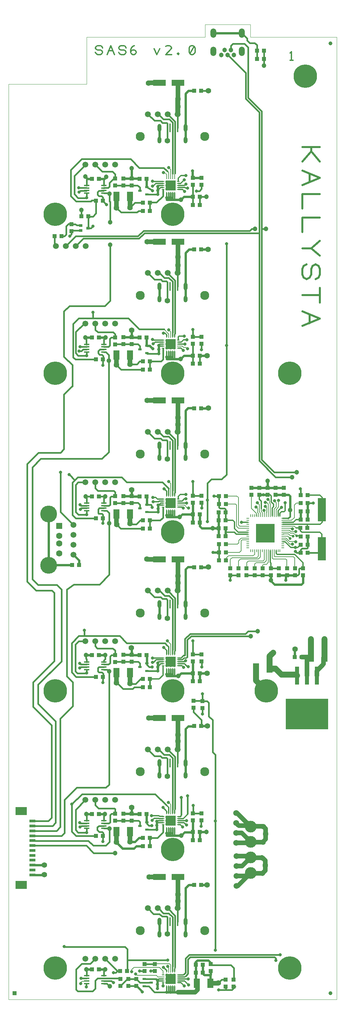
<source format=gbr>
%FSLAX33Y33*%
%MOMM*%
G04 EasyPC Gerber Version 16.0.6 Build 3249 *
%ADD106O,1.00000X1.70000*%
%ADD105O,1.00000X2.00000*%
%ADD103O,1.50000X2.40000*%
%ADD94R,0.28000X0.80000*%
%ADD104R,0.40000X2.20000*%
%ADD15R,1.00000X1.10000*%
%ADD101R,1.10000X4.60000*%
%ADD71R,1.65000X2.40000*%
%ADD20R,2.10000X6.00000*%
%ADD93R,1.00000X1.00000*%
%ADD16R,1.60000X1.60000*%
%ADD97R,2.60000X2.60000*%
%ADD96R,4.70000X4.70000*%
%ADD73C,0.12000*%
%ADD72C,0.20000*%
%ADD11C,0.30000*%
%ADD28C,0.40000*%
%ADD89C,0.50000*%
%ADD27C,0.60000*%
%ADD85C,0.70000*%
%ADD25C,0.80000*%
%ADD10C,1.00000*%
%ADD21C,1.20000*%
%ADD26C,1.40000*%
%ADD13C,1.50000*%
%ADD17C,1.60000*%
%ADD107C,2.30000*%
%ADD19C,3.00000*%
%ADD95R,0.80000X0.28000*%
%ADD108R,1.45000X0.45000*%
%ADD98R,0.90000X0.60000*%
%ADD100R,0.90000X0.70000*%
%ADD109R,1.60000X0.70000*%
%ADD14R,1.10000X1.00000*%
%ADD18C,4.30000*%
%ADD99R,3.20000X1.60000*%
%ADD24C,6.00000*%
%ADD110R,3.00000X2.10000*%
%ADD102R,10.80000X7.90000*%
X0Y0D02*
D02*
D10*
X99750Y36400D03*
Y279200D03*
D02*
D11*
X39600Y276925D02*
X39788Y276550D01*
X40163Y276363*
X40913*
X41288Y276550*
X41475Y276925*
X41288Y277300*
X40913Y277488*
X40163*
X39788Y277675*
X39600Y278050*
X39788Y278425*
X40163Y278613*
X40913*
X41288Y278425*
X41475Y278050*
X42600Y276363D02*
X43538Y278613D01*
X44475Y276363*
X42975Y277300D02*
X44100D01*
X45600Y276925D02*
X45788Y276550D01*
X46163Y276363*
X46913*
X47288Y276550*
X47475Y276925*
X47288Y277300*
X46913Y277488*
X46163*
X45788Y277675*
X45600Y278050*
X45788Y278425*
X46163Y278613*
X46913*
X47288Y278425*
X47475Y278050*
X48600Y276925D02*
X48788Y277300D01*
X49163Y277488*
X49538*
X49913Y277300*
X50100Y276925*
X49913Y276550*
X49538Y276363*
X49163*
X48788Y276550*
X48600Y276925*
Y277488*
X48788Y278050*
X49163Y278425*
X49538Y278613*
X54600Y277863D02*
X55350Y276363D01*
X56100Y277863*
X59100Y276363D02*
X57600D01*
X58913Y277675*
X59100Y278050*
X58913Y278425*
X58538Y278613*
X57975*
X57600Y278425*
X60788Y276363D02*
X60975Y276550D01*
X60788Y276738*
X60600Y276550*
X60788Y276363*
X63788Y276550D02*
X64163Y276363D01*
X64538*
X64913Y276550*
X65100Y276925*
Y278050*
X64913Y278425*
X64538Y278613*
X64163*
X63788Y278425*
X63600Y278050*
Y276925*
X63788Y276550*
X64913Y278425*
X54000Y81800D02*
X55850D01*
X56100Y81550*
X56900*
Y81500*
X54100Y80600D02*
X54600Y81100D01*
X55850*
X55950Y81000*
X56900*
X54200Y122100D02*
X56900D01*
X54250Y121000D02*
X54550D01*
X55150Y121600*
X56900*
X54300Y163150D02*
X55050D01*
X55500Y162700*
X56900*
X54350Y162050D02*
X55800D01*
X55950Y162200*
X56900*
X54350Y202400D02*
X54500D01*
X54900Y202800*
X56900*
X55011Y43950D02*
X54900Y43839D01*
X54850*
X55350Y80250D02*
Y80300D01*
X55550Y80500*
X56900*
X55550Y39750D02*
X55850Y40050D01*
X56900*
X55650Y161150D02*
Y161300D01*
X55950*
X56900Y39050D02*
Y38200D01*
Y39550D02*
X55500D01*
X56900Y79300D02*
Y79500D01*
Y80000D02*
X55350D01*
X56900Y119950D02*
Y117700D01*
X55900Y116700*
X53539*
X56900Y120600D02*
X56350D01*
X55550Y119800*
X56900Y121100D02*
X55850D01*
X55550Y120800*
X56900Y161200D02*
X55700D01*
X55650Y161150*
X56900Y161700D02*
X56350D01*
X55950Y161300*
X56900Y201800D02*
X56000D01*
X55800Y202000*
X56900Y202300D02*
X56100D01*
X55800Y202000*
X56900Y203300D02*
X54450D01*
X54200Y203550*
X56900Y241750D02*
Y241900D01*
Y242400D02*
X56350D01*
X55600Y241650*
X56900Y242900D02*
X55600D01*
Y242700*
X56900Y243400D02*
X55050D01*
X54350Y242700*
X56900Y243900D02*
X54250D01*
X57750Y84450D02*
X58350Y83850D01*
Y82450*
X57850Y38100D02*
Y37400D01*
X57850*
Y36650*
X57850Y42000D02*
Y42200D01*
X57050Y43000*
X57850Y78550D02*
Y77300D01*
Y82450D02*
Y82900D01*
X56900Y83850*
X57850Y119150D02*
Y117900D01*
Y123050D02*
Y124050D01*
X57100Y124800*
X57850Y159750D02*
Y158550D01*
Y163650D02*
Y164700D01*
X57200Y165350*
X57850Y200350D02*
Y199000D01*
Y204250D02*
Y204700D01*
X57450Y205100*
X57050*
X57850Y240950D02*
Y239750D01*
X58350Y123050D02*
Y124900D01*
X57850Y125400*
X58350Y163650D02*
Y165400D01*
X59350Y43250D02*
X59350Y42000D01*
X59350Y82450D02*
Y83350D01*
Y123050D02*
Y124200D01*
Y163650D02*
Y164900D01*
Y204250D02*
Y205300D01*
X59850Y37150D02*
Y36650D01*
Y38100D02*
Y37150D01*
X59850Y78550D02*
Y76700D01*
Y119150D02*
Y117500D01*
Y158100D02*
Y159750D01*
Y163650D02*
Y164250D01*
X60000Y164400*
X59850Y200350D02*
Y198500D01*
Y204250D02*
Y204900D01*
X60000Y205050*
X59850Y240950D02*
Y239200D01*
X60000Y43100D02*
Y42700D01*
X59850Y42550*
Y42000*
X60000Y83500D02*
Y83250D01*
X59850Y83100*
Y82450*
X60000Y124050D02*
Y123900D01*
X59850Y123750*
Y123050*
X60800Y39050D02*
X61500D01*
X62350Y38200*
X60800Y39550D02*
X62400D01*
X63450Y38500*
X60800Y40050D02*
X63350D01*
X60800Y40550D02*
X62500D01*
X62750Y40800*
X60800Y41050D02*
X62100D01*
X62250Y41200*
X60800Y79500D02*
X61350D01*
X61950Y78900*
Y78850*
X60800Y80000D02*
X62250D01*
X62900Y79350*
X60800Y80500D02*
X62950D01*
X60800Y120100D02*
X61750D01*
X62150Y119700*
X60800Y120600D02*
X62400D01*
X63100Y119900*
X63400*
X60800Y121100D02*
X62450D01*
X62700Y121350*
X60800Y121600D02*
X61850D01*
X62350Y122100*
X62900*
X63150Y122350*
X60800Y122100D02*
X61600D01*
X62200Y122700*
X60800Y160700D02*
X61800D01*
X62050Y160450*
X60800Y161700D02*
X62900D01*
X60800Y162200D02*
X61800D01*
X62350Y162750*
X62800*
X60800Y162700D02*
Y163350D01*
X61300Y163850*
X62800*
X60800Y201300D02*
X61500D01*
X62050Y200750*
X60800Y202300D02*
X62500D01*
X60800Y202800D02*
X61600D01*
X62200Y203400*
X63050*
X60800Y203300D02*
Y204150D01*
X61000Y204350*
X62350*
X60800Y241900D02*
X61900D01*
X62450Y241350*
X60800Y242900D02*
X62450D01*
X62750Y243200*
X60800Y243400D02*
X61450D01*
X62350Y244300*
X60800Y243900D02*
Y244750D01*
X61500Y245450*
X62750*
X61600Y82000D02*
X61500Y81600D01*
X61400Y81500*
X60800*
X63200Y82300D02*
X63150Y82050D01*
X62100Y81000*
X60800*
X63200Y242200D02*
X62750D01*
X62550Y242400*
X60800*
X78600Y153750D02*
X75650D01*
X75200Y154200*
X72950*
X78600Y154250D02*
X76150D01*
X75200Y155200*
Y156850*
X74750Y157300*
X72939*
X78600Y156750D02*
X77000D01*
X82050Y160250D02*
Y162200D01*
X81600Y162650*
Y163811*
X84350Y149500D02*
Y146500D01*
X84500Y146350*
Y145089*
X84550Y145039*
X84850Y158500D02*
Y160400D01*
X85200Y160750*
Y161400*
X84650Y161950*
Y163500*
X84350Y163800*
X83661*
X83650Y163811*
X85850Y149500D02*
Y148800D01*
X86100Y148550*
X90600*
X92700Y146450*
Y145089*
X92750Y145039*
X86350Y158500D02*
Y159750D01*
X87200Y160600*
X86850Y158500D02*
Y159100D01*
X87250Y159500*
X87900*
X88150Y159750*
Y161800*
X87600Y151750D02*
X88150D01*
X89600Y150300*
X90800*
Y150350*
X87600Y156250D02*
X93850D01*
X87600Y156750D02*
X90250D01*
X90950Y157450*
X92111*
X87600Y157750D02*
X88950D01*
X87861Y163800D02*
X87850Y163811D01*
X89425Y274863D02*
X90175D01*
X89800D02*
Y277113D01*
X89425Y276738*
X90800Y150350D02*
X91411D01*
X92111Y151050*
X92161*
X90950Y155350D02*
X92061D01*
X91150Y153300D02*
X92011D01*
X92161Y153150*
X92061Y155350D02*
Y154589D01*
X92450Y154200*
X97100*
X97600Y153700*
Y150000*
X93839Y155350D02*
X93850D01*
Y156250*
X97150*
X97650Y156750*
Y159950*
X97600Y160000*
X93889Y163700D02*
X97050D01*
X97650Y163100*
Y160050*
X97600Y160000*
D02*
D13*
X29490Y227400D03*
X32030D03*
X33950Y148490D03*
Y151030D03*
Y153570D03*
Y156110D03*
X34570Y227400D03*
X37040Y45200D03*
Y85800D03*
Y126400D03*
Y167000D03*
Y207600D03*
Y248200D03*
X37110Y227400D03*
X39580Y45200D03*
Y85800D03*
Y126400D03*
Y167000D03*
Y207600D03*
Y248200D03*
X42120Y45200D03*
Y85800D03*
Y126400D03*
Y167000D03*
Y207600D03*
Y248200D03*
X44660Y45200D03*
Y85800D03*
Y126400D03*
Y167000D03*
Y207600D03*
Y248200D03*
X53040Y58100D03*
Y98700D03*
Y139300D03*
Y179900D03*
Y220500D03*
Y261100D03*
X55580Y58100D03*
Y98700D03*
Y139300D03*
Y179900D03*
Y220500D03*
Y261100D03*
X58120Y58100D03*
Y98700D03*
Y139300D03*
Y179900D03*
Y220500D03*
Y261100D03*
X60660Y58100D03*
Y98700D03*
Y139300D03*
Y179900D03*
Y220500D03*
Y261100D03*
X75650Y74790D03*
Y77330D03*
Y79870D03*
Y82410D03*
X75700Y63790D03*
Y66330D03*
Y68870D03*
Y71410D03*
X80723Y119500D02*
Y116327D01*
X83350Y113700*
X84175Y119500D02*
Y121775D01*
X84200Y121800*
X84175Y119500D02*
Y119750D01*
X84250*
Y119350*
X85750*
X87250Y117850*
X90935*
X91210Y117575*
X84200Y121800D02*
Y122550D01*
X85100Y123450*
X94775Y122350D02*
Y125025D01*
X94800Y125050*
Y125000*
Y126850*
X98227Y122350D02*
Y124977D01*
X98250Y125000*
Y126850*
D02*
D14*
X29161Y229900D03*
X30939D03*
X33661Y145850D03*
X35439D03*
X36011Y235000D03*
X37789D03*
X38761Y42500D03*
X38761Y82200D03*
Y122800D03*
Y163400D03*
Y204000D03*
Y244600D03*
X39761Y76600D03*
Y117200D03*
Y157800D03*
Y198400D03*
Y239000D03*
X40539Y42500D03*
X40539Y82200D03*
Y122800D03*
Y163400D03*
Y204000D03*
Y244600D03*
X41539Y76600D03*
Y117200D03*
Y157800D03*
Y198400D03*
Y239000D03*
X45961Y42050D03*
X47739D03*
X50911Y82200D03*
Y122800D03*
Y163400D03*
Y204000D03*
Y244600D03*
X51761Y74000D03*
Y76100D03*
Y114600D03*
Y116700D03*
Y155200D03*
Y157300D03*
Y195800D03*
Y197900D03*
Y236400D03*
Y238500D03*
X52689Y82200D03*
Y122800D03*
Y163400D03*
Y204000D03*
Y244600D03*
X53539Y74000D03*
Y76100D03*
Y114600D03*
Y116700D03*
Y155200D03*
Y157300D03*
Y195800D03*
Y197900D03*
Y236400D03*
Y238500D03*
X64561Y75500D03*
Y77600D03*
Y116100D03*
Y118200D03*
Y156700D03*
Y158800D03*
Y197300D03*
Y199400D03*
Y237900D03*
Y240000D03*
X64861Y64100D03*
Y104700D03*
Y145300D03*
Y185900D03*
Y226500D03*
Y267100D03*
X65311Y41650D03*
Y43700D03*
X66339Y75500D03*
Y77600D03*
Y116100D03*
Y118200D03*
Y156700D03*
Y158800D03*
Y197300D03*
Y199400D03*
Y237900D03*
Y240000D03*
X66639Y64100D03*
Y104700D03*
Y145300D03*
Y185900D03*
Y226500D03*
Y267100D03*
X67089Y41650D03*
Y43700D03*
X71161Y153200D03*
Y155250D03*
Y157300D03*
Y159350D03*
X71211Y147050D03*
Y149100D03*
Y151150D03*
Y161400D03*
Y163450D03*
X72939Y153200D03*
Y155250D03*
Y157300D03*
Y159350D03*
X72989Y147050D03*
Y149100D03*
Y151150D03*
Y161400D03*
Y163450D03*
X80961Y275200D03*
Y277300D03*
X82739Y275200D03*
Y277300D03*
X90661Y122300D03*
X92061Y155350D03*
X92111Y157450D03*
Y159550D03*
Y161650D03*
Y163700D03*
X92161Y148950D03*
Y151050D03*
Y153150D03*
X92439Y122300D03*
X93839Y155350D03*
X93889Y157450D03*
Y159550D03*
Y161650D03*
Y163700D03*
X93939Y148950D03*
Y151050D03*
Y153150D03*
D02*
D15*
X33500Y231211D03*
Y232989D03*
X44650Y80461D03*
Y82239D03*
Y121061D03*
Y122839D03*
Y161661D03*
Y163439D03*
Y202261D03*
Y204039D03*
Y242861D03*
Y244639D03*
X46000Y38211D03*
Y39989D03*
X46750Y80511D03*
Y82289D03*
Y121111D03*
Y122889D03*
Y161711D03*
Y163489D03*
Y202311D03*
Y204089D03*
Y242911D03*
Y244689D03*
X48050Y38211D03*
Y39989D03*
X48850Y80511D03*
Y82289D03*
Y121111D03*
Y122889D03*
Y161711D03*
Y163489D03*
Y202311D03*
Y204089D03*
Y242911D03*
Y244689D03*
X50100Y38211D03*
Y39989D03*
X52150Y42061D03*
Y43839D03*
X54850Y42061D03*
Y43839D03*
X64550Y80611D03*
Y82389D03*
Y121211D03*
Y122989D03*
Y161811D03*
Y163589D03*
Y202411D03*
Y204189D03*
Y243011D03*
Y244789D03*
X64750Y109361D03*
Y111139D03*
X66750Y80611D03*
Y82389D03*
Y121211D03*
Y122989D03*
Y161811D03*
Y163589D03*
Y202411D03*
Y204189D03*
Y243011D03*
Y244789D03*
X67000Y109311D03*
Y111089D03*
X69100Y42011D03*
Y43789D03*
X72950Y38111D03*
Y39889D03*
X74150Y143211D03*
Y144989D03*
X75000Y38111D03*
Y39889D03*
X76250Y143211D03*
Y144989D03*
X78300Y143211D03*
Y144989D03*
X79500Y163811D03*
Y165589D03*
X80400Y143211D03*
Y144989D03*
X81600Y163811D03*
Y165589D03*
X82450Y143211D03*
Y144989D03*
X83650Y163811D03*
Y165589D03*
X84550Y143261D03*
Y145039D03*
X85750Y163811D03*
Y165589D03*
X86600Y143261D03*
Y145039D03*
X87850Y163811D03*
Y165589D03*
X88650Y143261D03*
Y145039D03*
X90700Y143261D03*
Y145039D03*
X92750Y143261D03*
Y145039D03*
D02*
D16*
X30350Y155820D03*
D02*
D17*
Y148820D03*
Y151320D03*
Y153320D03*
D02*
D18*
X27640Y145750D03*
Y158890D03*
D02*
D19*
X79350Y67110D03*
Y71070D03*
Y75030D03*
Y78990D03*
D02*
D71*
X45024Y77700D03*
Y118300D03*
Y158900D03*
Y199500D03*
Y240100D03*
X48475Y77700D03*
Y118300D03*
Y158900D03*
Y199500D03*
Y240100D03*
X65575Y38950D03*
X69027D03*
X80723Y119500D03*
X84175D03*
X94775Y122350D03*
X98227D03*
D02*
D20*
X97600Y150000D03*
Y160000D03*
D02*
D21*
X36000Y236600D03*
X37050Y204000D03*
Y245150D03*
X37150Y163400D03*
X37200Y122800D03*
X37250Y42500D03*
X37250Y82200D03*
X42000D03*
X42100Y42500D03*
X42100Y122800D03*
Y163400D03*
X42200Y204000D03*
X42350Y245050D03*
X43050Y198100D03*
X43100Y118650D03*
X43150Y156500D03*
X43250Y78500D03*
Y240750D03*
X43300Y38150D03*
X43400Y227700D03*
Y233450D03*
X44650Y72200D03*
X45024Y77700D02*
Y74973D01*
X45000Y74950*
X45024Y118300D02*
Y115723D01*
X45000Y115700*
X45024Y158900D02*
Y156327D01*
X45050Y156300*
Y156200*
X45024Y199500D02*
Y197023D01*
X45000Y197000*
X45024Y240100D02*
Y237173D01*
X45000Y237150*
X48475Y77700D02*
Y75075D01*
X48450Y75050*
X48475Y118300D02*
Y115525D01*
X48450Y115500*
Y115550*
X48475Y158900D02*
Y156475D01*
X48500Y156450*
X48475Y199500D02*
Y197225D01*
X48450Y197200*
Y197150*
X48475Y240100D02*
Y237325D01*
X48500Y237300*
Y237250*
X48850Y247250D03*
X56000Y66100D02*
X53400D01*
X56000Y106700D02*
X53250D01*
X56000Y147300D02*
X52750D01*
Y147350*
X56000Y187900D02*
X52850D01*
X56000Y228500D02*
X52900D01*
X56000Y269100D02*
X53150D01*
X53200Y269050*
X60660Y179900D02*
X60700Y179940D01*
Y181750*
X60660Y261100D02*
Y264910D01*
X60700Y264950*
X60700Y36650D02*
X65100D01*
X65700Y37250*
Y38825*
X65575Y38950*
X60700Y36650D03*
X60700Y59950D02*
Y58140D01*
X60660Y58100*
X60700Y61650D02*
Y59950D01*
Y66100D02*
Y61650D01*
Y100800D02*
Y98740D01*
X60660Y98700*
X60700Y102400D02*
Y100800D01*
Y106700D02*
Y102400D01*
Y141250D02*
Y139340D01*
X60660Y139300*
X60700Y143100D02*
Y141250D01*
Y147300D02*
Y143100D01*
Y181750D02*
Y183550D01*
Y187900D02*
Y183550D01*
Y228500D02*
Y220540D01*
X60660Y220500*
X60700Y263000D02*
Y261140D01*
X60660Y261100*
X60700Y264950D02*
Y263000D01*
Y269100D02*
Y264950D01*
X60850Y117500D03*
X61150Y158100D03*
X61400Y198500D03*
X61500Y239200D03*
X61550Y76700D03*
X68050Y77600D03*
Y240000D03*
X69027Y38950D02*
X71000D01*
X71050Y39000*
X69650Y155250D03*
X71850Y276275D03*
X72650Y277475D03*
X73450Y276275D03*
X74250Y277475D03*
X75050Y276275D03*
X75650Y74790D02*
X79110D01*
X79350Y75030*
X75650Y77330D02*
X77050D01*
X79350Y75030*
X75650Y79870D02*
Y79850D01*
X76300Y79200*
X79140*
X79350Y78990*
X75650Y82410D02*
Y82400D01*
X75900*
X79320Y78980*
X79350*
Y78990*
X75700Y63790D02*
X76030D01*
X79350Y67110*
X75700Y66330D02*
X78570D01*
X79350Y67110*
X75700Y68870D02*
X77150D01*
X79350Y71070*
X75700Y71410D02*
X79010D01*
X79350Y71070*
X82200Y71050*
X79350Y75030D02*
X79380Y75000D01*
X82500*
X79350Y127650D03*
X80450Y231800D03*
X81150Y128900D03*
X82200Y71050D02*
X82280Y71070D01*
X83050Y70300*
Y69050*
X82300Y67050D02*
X82350Y67000D01*
X79460*
X79350Y67110*
X82500Y75000D02*
X82450D01*
X83200Y75750*
Y77100*
X82600Y79000D02*
Y79050D01*
X79350*
Y78990*
X82750Y273500D03*
X83050Y69050D02*
Y67700D01*
X82300Y67050*
X83200Y77100D02*
Y78450D01*
X82600Y79000*
X83250Y231800D03*
X83650Y167350D03*
X84550Y141950D03*
X89400Y159900D03*
X89950Y168300D03*
X91100Y169550D03*
X92439Y122300D02*
X93700D01*
X94725*
X94775Y122350*
X93750Y117575D02*
Y122250D01*
X93700Y122300*
X96290Y117575D02*
Y118790D01*
X98000Y120500*
Y122123*
X98227Y122350*
D02*
D24*
X29350Y42800D03*
Y113700D03*
Y194900D03*
Y235500D03*
X59350Y73100D03*
Y113700D03*
Y154300D03*
Y194900D03*
Y235500D03*
X83350Y113700D03*
X89350Y42800D03*
Y194900D03*
X93350Y270800D03*
D02*
D25*
X30700Y169550D03*
X31650Y48350D03*
X32900Y168950D03*
X33050Y229900D03*
X33550Y84700D03*
X35350Y242250D03*
X35400Y241200D03*
X35450Y200550D03*
X35550Y79950D03*
Y119500D03*
Y120700D03*
X35650Y78850D03*
Y161300D03*
X35700Y201650D03*
X35750Y160100D03*
X35850Y38800D03*
X35950Y40200D03*
X36750Y129150D03*
X37250Y37950D03*
X37350Y118250D03*
Y158700D03*
Y199400D03*
Y239750D03*
X37400Y77450D03*
X39000Y210450D03*
Y232500D03*
X41550Y75150D03*
Y115800D03*
Y156500D03*
Y196900D03*
X42450Y237950D03*
X44200Y39050D03*
Y41600D03*
X48900Y41850D03*
X49900Y41300D03*
X50900Y42050D03*
X51600Y36700D03*
X53800Y42050D03*
X54000Y81800D03*
X54050Y79200D03*
X54100Y80600D03*
X54150Y119750D03*
Y160600D03*
X54200Y241550D03*
X54200Y122100D03*
Y203550D03*
X54250Y121000D03*
Y242700D03*
Y243950D03*
X54300Y163150D03*
Y201150D03*
X54350Y162050D03*
Y202400D03*
X55300Y78200D03*
X55350Y79300D03*
Y80350D03*
X55500Y37600D03*
Y38650D03*
Y39700D03*
X55550Y118800D03*
Y119800D03*
Y120800D03*
X55600Y240600D03*
Y241650D03*
Y242650D03*
X55650Y159400D03*
Y160250D03*
Y161150D03*
X55800Y199900D03*
Y200950D03*
Y202000D03*
X56900Y38200D03*
X56900Y83850D03*
X57000Y246200D03*
X57050Y43000D03*
X57050Y205100D03*
X57100Y124800D03*
X57200Y165350D03*
X57850Y36650D03*
Y77300D03*
Y117900D03*
Y158550D03*
Y199000D03*
Y239750D03*
X58050Y126450D03*
X58100Y43200D03*
Y44850D03*
X58300Y85150D03*
X58350Y167150D03*
Y247450D03*
X58400Y205950D03*
X58850Y36650D03*
Y77300D03*
Y117900D03*
Y158550D03*
Y199000D03*
Y239750D03*
X61600Y86450D03*
X61950Y78850D03*
X62050Y160450D03*
Y200750D03*
X62150Y119700D03*
X62350Y38200D03*
Y204350D03*
Y244300D03*
X62450Y241350D03*
X62500Y202300D03*
X62700Y121350D03*
X62750Y243200D03*
Y245450D03*
X62800Y162750D03*
Y163850D03*
X62900Y79350D03*
Y161700D03*
X62950Y80500D03*
X63050Y203400D03*
X63200Y86850D03*
Y201100D03*
Y242200D03*
X63350Y40050D03*
X63400Y119900D03*
X63450Y38500D03*
Y160450D03*
X64500Y246600D03*
X64550Y126450D03*
Y167150D03*
Y206050D03*
X64600Y84350D03*
X65500Y241450D03*
X66700Y79050D03*
X66750Y200900D03*
X66800Y119750D03*
Y160450D03*
X67000Y107750D03*
Y112900D03*
X68300Y156950D03*
Y162450D03*
X69750Y149100D03*
X69950Y163450D03*
X70300Y47350D03*
X70300Y80400D03*
X71150Y37200D03*
X73200Y201950D03*
Y228000D03*
X74150Y141950D03*
X77000Y156750D03*
X80750Y160700D03*
X81050Y161750D03*
X81300Y152200D03*
Y153400D03*
Y154600D03*
Y155800D03*
X82500Y152200D03*
Y153400D03*
Y154600D03*
Y155800D03*
X82600Y163800D03*
X82750Y159850D03*
X83050Y160850D03*
X83100Y161850D03*
X83700Y152200D03*
Y153400D03*
Y154600D03*
Y155800D03*
X83750Y162650D03*
X84900Y152200D03*
Y153400D03*
Y154600D03*
Y155800D03*
X85450Y162250D03*
X85800Y44800D03*
X86500Y162350D03*
X86900Y46200D03*
X87200Y160600D03*
X88150Y161800D03*
X88350Y141950D03*
X90000Y151150D03*
Y155100D03*
X90800Y149300D03*
Y150350D03*
X90850Y151800D03*
X90900Y154400D03*
X92100Y165300D03*
X95400Y161650D03*
D02*
D26*
X26500Y66650D03*
Y69150D03*
X45000Y74950D03*
Y115700D03*
Y197000D03*
Y237150D03*
X45050Y156200D03*
X48450Y75050D03*
Y115550D03*
Y197150D03*
X48500Y156450D03*
Y237250D03*
X48800Y124650D03*
X48850Y83850D03*
Y165100D03*
Y205850D03*
X52750Y147350D03*
X52850Y187900D03*
X52900Y228500D03*
X53200Y269050D03*
X53250Y106700D03*
X53400Y66100D03*
X58050Y51500D03*
Y91850D03*
Y132200D03*
Y172950D03*
Y213450D03*
Y254350D03*
X60700Y59950D03*
Y61650D03*
Y100800D03*
Y102400D03*
Y141250D03*
Y143100D03*
Y181750D03*
Y183550D03*
Y222500D03*
Y224600D03*
Y263000D03*
Y264950D03*
X68150Y64100D03*
Y118200D03*
Y199400D03*
X68300Y104700D03*
X68450Y226500D03*
X68500Y145350D03*
X68500Y185950D03*
Y267100D03*
X71050Y39000D03*
X82200Y71050D03*
X82300Y67050D03*
X82500Y75000D03*
X82600Y79000D03*
X83050Y69050D03*
X83200Y77100D03*
X84200Y121800D03*
X85100Y123450D03*
X90700Y124350D03*
X94800Y125000D03*
Y126850D03*
X98250Y125000D03*
Y126850D03*
D02*
D27*
X23500Y66625D02*
X26175D01*
X26200Y66650*
X26500*
X23500Y69125D02*
X26525D01*
X26550Y69150*
X26500*
X27640Y145750D02*
Y158890D01*
X33661Y145850D02*
X28192D01*
X27640Y145750*
X35439Y145850D02*
Y147001D01*
X33950Y148490*
X38761Y42500D02*
X37250D01*
X38761Y82200D02*
X37250D01*
X38761Y122800D02*
X37200D01*
X38761Y204000D02*
X37050D01*
X38761Y244600D02*
X37600D01*
X37050Y245150*
X40539Y42500D02*
X42100D01*
X40539Y82200D02*
X42000D01*
X40539Y122800D02*
X42100D01*
X40539Y204000D02*
X42200D01*
X40539Y244600D02*
X41900D01*
X42350Y245050*
X46750Y244689D02*
X48850D01*
Y82289D02*
Y83850D01*
Y82289D02*
X46750D01*
X48850Y122889D02*
Y124650D01*
X48800*
X48850Y122889D02*
X46750D01*
X48850Y163489D02*
Y165100D01*
Y163489D02*
X46750D01*
X48850Y204089D02*
Y205850D01*
Y204089D02*
X46750D01*
X48850Y244689D02*
Y247250D01*
Y244689D02*
X50822D01*
X50100Y38211D02*
X50139D01*
X51650Y36700*
X51600*
X50911Y82200D02*
X48939D01*
X48850Y82289*
X50911Y122800D02*
X48939D01*
X48850Y122889*
X50911Y163400D02*
X48939D01*
X48850Y163489*
X50911Y204000D02*
X48939D01*
X48850Y204089*
X51761Y74000D02*
X50050D01*
X49450Y73400*
X46550*
X45000Y74950*
X51761Y76100D02*
X50750D01*
X49700Y75050*
X48450*
X52689Y82200D02*
Y80211D01*
X52800Y80100*
X52689Y204000D02*
Y202011D01*
Y244600D02*
Y242611D01*
X52800Y120700D02*
Y122689D01*
Y161300D02*
Y163289D01*
X52689Y163400*
X52800Y201900D02*
X53500D01*
X54250Y201150*
X54300*
X55300Y78200D02*
X55350D01*
Y79300*
Y80000*
Y80350*
Y80250*
X55500Y39550D02*
Y39650D01*
X55500*
Y39700*
Y37600D02*
Y38650D01*
Y39100*
X55500*
Y39550*
X55500Y39700D02*
X55550Y39750D01*
Y118800D02*
Y120800D01*
X55600Y241650D02*
Y242650D01*
Y241650D02*
Y240600D01*
Y242650D02*
Y242700D01*
X55650Y159400D02*
Y160250D01*
Y161150*
X55800Y200950D02*
Y199900D01*
Y201800D02*
Y200950D01*
X56025Y54625D02*
Y51475D01*
Y95225D02*
Y92075D01*
Y135825D02*
Y132675D01*
Y176425D02*
Y173275D01*
Y217025D02*
Y213875D01*
Y257625D02*
Y254475D01*
X57850Y36650D02*
X59850D01*
X57850Y77300D02*
X58850D01*
X57850D02*
Y76700D01*
X58350*
X57850Y117900D02*
Y117500D01*
X58350*
X57850Y117900D02*
X58850D01*
X57850Y199000D02*
Y198500D01*
X58350*
X57850Y239750D02*
Y239200D01*
X58350*
Y76700D02*
X59350D01*
X58350Y158550D02*
X57850D01*
X58350Y198500D02*
X58850D01*
X58350Y239200D02*
X58850D01*
Y158550D02*
X58350D01*
X58850Y198500D02*
X59350D01*
X58850Y199000D02*
X57850D01*
X58850D02*
Y198500D01*
Y239200D02*
X59350D01*
X58850Y239750D02*
Y239200D01*
X59350Y76700D02*
X59850D01*
X59350Y117500D02*
X58350D01*
X59350Y158100D02*
X57850D01*
Y158550*
X59350Y198500D02*
X59850D01*
X59350Y239200D02*
X59850D01*
X59850Y36650D02*
X60700D01*
X59850Y76700D02*
X61550D01*
X59850Y117500D02*
X59350D01*
X59850Y158100D02*
X59350D01*
X59850Y198500D02*
X61400D01*
X59850Y239200D02*
X61500D01*
X60850Y117500D02*
X61550Y118200D01*
X64561*
X60850Y117500D02*
X59850D01*
X61150Y158100D02*
X61850Y158800D01*
X64561*
X61150Y158100D02*
X59850D01*
X61400Y198500D02*
X62300Y199400D01*
X64561*
X61550Y76700D02*
X62400Y77550D01*
X64511*
X62675Y54625D02*
Y51475D01*
Y54625D02*
Y63275D01*
X63500Y64100*
X64861*
X62675Y95225D02*
Y103925D01*
X63400Y104650*
X64811*
X64861Y104700*
X62675Y95225D02*
Y92075D01*
Y132675D02*
Y135825D01*
Y144725*
X63300Y145350*
X64811*
X64861Y145300*
X62675Y176425D02*
Y173275D01*
Y176425D02*
Y185325D01*
X63300Y185950*
X64811*
X62675Y217025D02*
Y213875D01*
Y254475D02*
Y257625D01*
Y266375*
X63400Y267100*
X64861*
X64500Y246600D02*
Y244839D01*
X64550Y121211D02*
Y118211D01*
X64561Y118200*
X64550Y244789D02*
X66750D01*
X64561Y77600D02*
Y80600D01*
X64550Y80611*
X64561Y77600D02*
Y75500D01*
Y116100D02*
Y118200D01*
Y156700D02*
Y158800D01*
Y161800*
X64550Y161811*
X64561Y240000D02*
X62300D01*
X61500Y239200*
X64861Y226500D02*
X63550D01*
X62700Y225650*
Y217100*
X62675Y217075*
Y217025*
X65311Y41650D02*
Y39214D01*
X65575Y38950*
X65311Y43700D02*
X65250Y43761D01*
Y44300*
X65700Y44750*
X68550*
X69100Y44200*
Y43789*
X65311Y43700D02*
Y41650D01*
X66339Y75500D02*
Y77600D01*
X68050*
X66339Y116100D02*
Y118200D01*
X68150*
X66339Y156700D02*
Y155761D01*
X66850Y155250*
X69650*
X66339Y158800D02*
Y156700D01*
Y199400D02*
X68150D01*
X66639Y64100D02*
X68150D01*
X66639Y104700D02*
X68300D01*
X66639Y145300D02*
X68200D01*
X68250Y145350*
X68500*
X66639Y185900D02*
X68450D01*
X66639Y226500D02*
X68450D01*
X67089Y41650D02*
Y41411D01*
X67500Y41000*
X69000*
X67089Y43700D02*
Y41650D01*
X69000Y41000D02*
Y38977D01*
X69027Y38950*
X69100Y42011D02*
Y41100D01*
X69000Y41000*
X69800Y281825D02*
X77100D01*
X71161Y153200D02*
Y155250D01*
X69650*
X71161Y157300D02*
Y155250D01*
Y159350D02*
Y157300D01*
X71211Y149100D02*
X69750D01*
X72950Y153200D02*
Y154200D01*
Y155250*
X79500Y165589D02*
X81600D01*
Y163811D02*
X82589D01*
X82600Y163800*
X81600Y165589D02*
X83650D01*
X82600Y163800D02*
X83650Y163811D01*
Y165589D02*
Y167350D01*
X84550Y143261D02*
Y141950D01*
X85750Y163811D02*
X87850D01*
X85750Y165589D02*
X83650D01*
X86600Y143261D02*
X88650D01*
X87850Y165589D02*
X85750D01*
X88650Y143261D02*
Y143250D01*
X88300Y142900*
Y142000*
X88350Y141950*
X89400Y159900D02*
Y163500D01*
X89100Y163800*
X87861*
X90661Y122300D02*
Y124339D01*
X90650Y124350*
X90700*
X90700Y143261D02*
X88650D01*
X92111Y157450D02*
Y159550D01*
X92750Y143261D02*
Y141300D01*
X92350Y140900*
X85450*
X84550Y141800*
Y141950*
X93889Y157450D02*
Y159550D01*
Y161650*
X93939Y153150D02*
Y151050D01*
D02*
D28*
X23500Y76625D02*
X30925D01*
X31700Y77400*
Y85800*
X23500Y80375D02*
X27550D01*
X28400Y81225*
Y104850*
X23650Y109600*
Y112550*
X29161Y229900D02*
Y227729D01*
X29490Y227400*
X30700Y169550D02*
Y159360D01*
X33950Y156110*
X30939Y229900D02*
X31700D01*
X32150Y230350*
Y232500*
X32700Y233050*
X33439*
X33500Y232989*
X32030Y227400D02*
X32050D01*
X34550Y229900*
X50500*
X51900Y231300*
X79100*
X79600Y231800*
X80450*
X32900Y168950D02*
X32950D01*
X34350Y167550*
X33500Y231211D02*
Y230400D01*
X33050Y229950*
Y229900*
X33500Y232989D02*
X34511D01*
X34800Y232700*
X35800*
X35850Y232650*
X33550Y84700D02*
X36150Y87300D01*
X54900*
X57750Y84450*
X34350Y167550D02*
X33700Y166900D01*
Y158650*
X34550Y157800*
X39761*
X34570Y227400D02*
X34600D01*
X36500Y229300*
X50750*
X52150Y230700*
X81550*
X35350Y242250D02*
X37325D01*
X35400Y241200D02*
X35450D01*
X35800Y241550*
X37325*
X35850Y231350D02*
X33639D01*
X33500Y231211*
X35950Y40200D02*
X37275D01*
X37300Y40175*
X37350*
X36011Y235000D02*
X36000D01*
Y236600*
X36750Y127700D02*
X35350D01*
X33550Y125900*
Y118400*
X34700Y117250*
X39711*
X39761Y117200*
X36750Y129150D02*
Y127700D01*
X37040Y126400D02*
X35350D01*
X34500Y125550*
Y118700*
X35000Y118200*
X37150*
X37200Y118250*
X37350*
X37040Y167000D02*
X35200D01*
X34550Y166350*
Y159400*
X35250Y158700*
X37350*
X37040Y207600D02*
X36750D01*
X34600Y205450*
Y200000*
X35200Y199400*
X37350*
X37040Y248200D02*
Y248090D01*
X34250Y245300*
Y240650*
X35200Y239700*
X37300*
X37350Y239750*
X37250Y37950D02*
Y38775D01*
X37350Y38875*
Y40825D02*
Y42400D01*
X37250Y42500*
X37350Y78525D02*
Y77600D01*
X37400Y77450*
X37350Y79175D02*
X35975D01*
X35650Y78850*
X37350Y79825D02*
X35675D01*
X35550Y79950*
X37350Y80475D02*
Y82100D01*
X37250Y82200*
X37350Y119125D02*
Y118250D01*
Y119775D02*
X35825D01*
X35550Y119500*
X37350Y120425D02*
X35825D01*
X35550Y120700*
X37350Y121075D02*
X37400D01*
Y121750*
X37200Y121950*
Y122800*
X37350Y159725D02*
Y158700D01*
Y160375D02*
X36025D01*
X35750Y160100*
X37350Y161025D02*
X35925D01*
X35650Y161300*
X37350Y161675D02*
Y163200D01*
X37150Y163400*
X37350Y200325D02*
Y199400D01*
Y200975D02*
Y201000D01*
X36400*
X35975Y200575*
X35450*
Y200550*
X37350Y201625D02*
X35725D01*
X35700Y201650*
X37350Y202275D02*
X37250D01*
Y203700*
X37050Y203900*
Y204000*
X37350Y240925D02*
Y239750D01*
Y242875D02*
Y244900D01*
X37300*
X37050Y245150*
X37400Y77450D02*
X35200D01*
X34550Y78100*
Y83310*
X37040Y85800*
X37750Y232000D02*
X38500D01*
X39000Y232500*
X37789Y235000D02*
X37800D01*
Y232050*
X37750Y232000*
X38761Y163400D02*
X37150D01*
X39000Y208900D02*
X35300D01*
X33900Y207500*
Y198950*
X34450Y198400*
X39761*
X39000Y210450D02*
Y208900D01*
X39761Y76600D02*
X34650D01*
X33550Y77700*
Y84700*
X39761Y239000D02*
Y235761D01*
X38950Y234950*
X37839*
X37789Y235000*
X40539Y163400D02*
X42100D01*
X41539Y76600D02*
Y75161D01*
X41550Y75150*
X41539Y117200D02*
Y115811D01*
X41550Y115800*
X41539Y157800D02*
Y156511D01*
X41550Y156500*
X41539Y198400D02*
Y196911D01*
X41550Y196900*
X41539Y239000D02*
Y238861D01*
X42450Y237950*
X41539Y239000D02*
Y239861D01*
X41200Y240200*
X40500*
X40150Y240550*
Y241200*
X40500Y241550*
X41725*
X41750Y241575*
X41750Y38875D02*
X42575D01*
X43300Y38150*
X41750Y39525D02*
X43725D01*
X44200Y39050*
X41750Y40175D02*
X40175D01*
X39600Y39600*
Y37550*
X38900Y36850*
X35100*
X34650Y37300*
Y42450*
X36100Y43900*
X38280*
X39580Y45200*
X41750Y40175D02*
X45814D01*
X46000Y39989*
X41750Y40825D02*
Y42150D01*
X42100Y42500*
X41750Y78525D02*
X43225D01*
X43250Y78500*
X41750Y79175D02*
X40475D01*
X40100Y78800*
Y78150*
X40600Y77650*
X41350*
X41600Y77400*
Y76661*
X41539Y76600*
X41750Y79825D02*
X43075D01*
X43350Y80100*
Y81900*
X43700Y82250*
X44639*
X44650Y82239*
X41750Y80475D02*
Y81950D01*
X42000Y82200*
X41750Y119125D02*
X42625D01*
X43100Y118650*
X41750Y119775D02*
X40525D01*
X40250Y119500*
Y118650*
X40500Y118400*
X41250*
X41600Y118050*
Y117261*
X41539Y117200*
X41750Y120425D02*
X42975D01*
X43350Y120800*
Y122450*
X43750Y122850*
X44639*
X44650Y122839*
X41750Y121075D02*
X41800D01*
Y121500*
X42100Y121800*
Y122800*
X41750Y159725D02*
X42575D01*
X43150Y159150*
Y156500*
X41750Y160375D02*
X40625D01*
X40300Y160050*
Y159150*
X40450Y159000*
X41250*
X41500Y158750*
Y157911*
X41539Y157872*
Y157800*
X41750Y161025D02*
X43075D01*
X43350Y161300*
Y163100*
X43650Y163400*
X44611*
X44650Y163439*
X41750Y161675D02*
Y163050D01*
X42100Y163400*
X41750Y200325D02*
X42275D01*
X43050Y199550*
Y198100*
X41750Y200975D02*
X40725D01*
X40300Y200550*
Y200000*
X40700Y199600*
X41250*
X41600Y199250*
Y198600*
X41539Y198539*
Y198400*
X41750Y201625D02*
X42975D01*
X43300Y201950*
Y203700*
X43650Y204050*
X44639*
X44650Y204039*
X41750Y202275D02*
Y203550D01*
X42200Y204000*
X41750Y240925D02*
X43075D01*
X43250Y240750*
X41750Y242875D02*
Y244450D01*
X42350Y245050*
X43050Y198100D02*
Y174750D01*
X41300Y173000*
X25600*
X23450Y170850*
Y142250*
X24950Y140750*
X29750*
X30900Y139600*
Y121250*
X24900Y115250*
Y110400*
X29450Y105850*
Y79950*
X28625Y79125*
X23500*
X43100Y118650D02*
Y89750D01*
X42300Y88950*
X34850*
X31700Y85800*
X43150Y156500D02*
Y143400D01*
X40650Y140900*
X34050*
X32300Y139600*
Y117400*
X33850Y115850*
Y109800*
X30600Y106550*
Y78850*
X29625Y77875*
X23500*
X43250Y78500D02*
Y75050D01*
X42300Y74100*
X39050*
X37800Y75350*
X23625*
X23600Y75375*
X23500*
X43250Y240750D02*
Y238850D01*
X43400Y238700*
Y233450*
Y227700D02*
X43350D01*
Y213450*
X42000Y212100*
X32950*
X31550Y210700*
Y199100*
X33700Y196950*
Y191550*
X33650Y191500*
X33600*
X31550Y189450*
X31550Y175450*
X30650Y174550*
X25000*
X22100Y171650*
Y141600*
X24400Y139300*
X28500*
X29050Y138750*
Y121300*
X23650Y115900*
Y112550*
X44200Y41600D02*
X44820D01*
X45270Y42050*
X44650Y72200D02*
X39150D01*
X37250Y74100*
X23625*
X23600Y74125*
X23500*
X44650Y82239D02*
Y83450D01*
X44450Y83650*
X40450*
X39600Y84500*
Y85780*
X39580Y85800*
X44650Y122839D02*
Y124000D01*
X44100Y124550*
X40100*
X39550Y125100*
Y126370*
X39580Y126400*
X44650Y163439D02*
Y164500D01*
X44350Y164800*
X40250*
X39550Y165500*
Y166970*
X39580Y167000*
X44650Y204039D02*
Y204850D01*
X44150Y205350*
X40250*
X39600Y206000*
Y207580*
X39580Y207600*
X44650Y244639D02*
Y245800D01*
X44000Y246450*
X41330*
X39580Y248200*
X44650Y244639D02*
X44289D01*
X43200Y243550*
Y242600*
X42850Y242250*
X41775*
X41750Y242225*
X45270Y42050D02*
X42120Y45200D01*
X45961Y42050D02*
X45270D01*
X46750Y80511D02*
X44700D01*
X44650Y80461*
X46750Y121111D02*
X44700D01*
X44650Y121061*
X46750Y161711D02*
X44700D01*
X44650Y161661*
X46750Y202311D02*
X44700D01*
X44650Y202261*
X46750Y242911D02*
X44700D01*
X44650Y242861*
X47800Y42111D02*
Y44850D01*
Y47600*
X47200Y48200*
X31800*
X31650Y48350*
X48050Y38211D02*
Y38200D01*
X50100*
Y38211*
X48050Y39989D02*
X47778D01*
X46000Y38211*
X48250Y44850D02*
X47800D01*
X48850Y80511D02*
X46750D01*
X48850Y121111D02*
X46750D01*
X48850Y161711D02*
X46750D01*
X48850Y202311D02*
X46750D01*
X48850Y242911D02*
X46750D01*
X50100Y39989D02*
X48050D01*
X50822Y244689D02*
X50911Y244600D01*
X51000Y79150D02*
Y80150D01*
X50650Y80500*
X48861*
X48850Y80511*
X51000Y119750D02*
Y120700D01*
X50550Y121150*
X48889*
X48850Y121111*
X51000Y160350D02*
Y161250D01*
X50500Y161750*
X48889*
X48850Y161711*
X51000Y200950D02*
Y201850D01*
X50500Y202350*
X48889*
X48850Y202311*
X51000Y241550D02*
Y242350D01*
X50450Y242900*
X48861*
X48850Y242911*
X51761Y114600D02*
X49550D01*
X49150Y114200*
X46700*
X45200Y115700*
X45000*
X51761Y116700D02*
X51150D01*
X49900Y115450*
X48550*
X48450Y115550*
X51761Y155200D02*
X46050D01*
X45050Y156200*
X51761Y157300D02*
X51100D01*
X50050Y156250*
X48700*
X48500Y156450*
X51761Y195800D02*
X46200D01*
X45000Y197000*
X51761Y197900D02*
X50950D01*
X50200Y197150*
X48450*
X51761Y236400D02*
X50650D01*
X50250Y236000*
X46150*
X45000Y237150*
X51761Y238500D02*
X49750D01*
X48500Y237250*
X52100Y38150D02*
X53250D01*
X54750Y36650*
X57850*
X52100Y40050D02*
X55150D01*
X55500Y39700*
X52150Y42061D02*
X50911D01*
X50900Y42050*
X52150Y43839D02*
X54850D01*
X52689Y202011D02*
X52800Y201900D01*
X52689Y242611D02*
X52800Y242500D01*
Y78200D02*
X55300D01*
X52800Y80100D02*
Y79700D01*
X53300Y79200*
X54050*
X52800Y118800D02*
X55550D01*
X52800Y120700D02*
Y120350D01*
X53400Y119750*
X54150*
X52800Y122689D02*
X52689Y122800D01*
X52800Y159400D02*
X55650D01*
X52800Y161300D02*
X53850D01*
X54100Y160600*
X54150*
X52800Y240600D02*
X55600D01*
X52800Y242500D02*
X54200Y241600D01*
Y241550*
X53539Y74000D02*
Y76100D01*
X55450*
X56900Y77550*
Y79300*
X53539Y116700D02*
Y114600D01*
Y157300D02*
Y155200D01*
Y195800D02*
Y197900D01*
Y238500D02*
Y236400D01*
X53589Y238550D02*
X55250D01*
X56900Y240200*
Y241750*
X53900Y39100D02*
X50989D01*
X50100Y39989*
X54850Y42061D02*
Y42100D01*
X53811*
X53800Y42089*
Y42050*
X55800Y199900D02*
X52900D01*
X52800Y200000*
X55800Y202000D02*
Y201800D01*
X56900Y160600D02*
Y158000D01*
X56200Y157300*
X53539*
X56900Y201150D02*
Y198400D01*
X56400Y197900*
X53539*
X57150Y206100D02*
X50800D01*
X48000Y208900*
X39000*
X57850Y125400D02*
X57400Y125850D01*
X47650*
X45800Y127700*
X36750*
X57900Y241950D02*
X58850D01*
X57900Y242900D02*
Y241950D01*
Y243850D02*
Y242900D01*
X58000Y246500D02*
X57100Y247400D01*
X50850*
X48600Y249650*
X36100*
X33300Y246850*
Y240200*
X34650Y238850*
X38450*
X38650Y239050*
X39711*
X58050Y54625D02*
Y55800D01*
X57850Y56000*
X56650*
X56000Y56650*
X54490*
X53040Y58100*
X58050Y54625D02*
Y51500D01*
Y95225D02*
Y96350D01*
X57800Y96600*
X56650*
X56250Y97000*
X54740*
X53040Y98700*
X58050Y95225D02*
Y91850D01*
Y135825D02*
Y136900D01*
X57750Y137200*
X56750*
X56350Y137600*
X54740*
X53040Y139300*
X58050Y135825D02*
Y132200D01*
Y176425D02*
Y177550D01*
X57850Y177750*
X56800*
X56350Y178200*
X54740*
X53040Y179900*
X58050Y176425D02*
Y172950D01*
Y217025D02*
Y218150D01*
X57750Y218450*
X56750*
X56400Y218800*
X54740*
X53040Y220500*
X58050Y217025D02*
Y213450D01*
Y257625D02*
Y258750D01*
X57900Y258900*
X56800*
X56250Y259450*
X54690*
X53040Y261100*
X58050Y257625D02*
Y254350D01*
X58100Y44850D02*
X48250D01*
X58350Y38100D02*
Y36650D01*
X58850*
X58350Y78550D02*
Y76700D01*
Y119150D02*
Y117500D01*
Y159750D02*
Y158550D01*
Y165400D02*
X56750Y167000D01*
X47600*
X46350Y168250*
X35050*
X34350Y167550*
X58350Y200350D02*
Y198500D01*
Y240950D02*
Y239200D01*
X58850Y38100D02*
Y36650D01*
X58850Y36650*
Y78550D02*
Y77300D01*
Y119150D02*
Y117900D01*
Y159750D02*
Y158550D01*
Y200350D02*
Y199000D01*
Y240950D02*
Y239750D01*
Y241950D02*
Y242900D01*
Y243850*
X59800*
X59350Y38100D02*
Y36650D01*
X60700*
X59350Y54625D02*
Y43250D01*
Y54625D02*
Y55850D01*
X58400Y56800*
X57030*
X55730Y58100*
X55580*
X59350Y78550D02*
Y76700D01*
Y83350D02*
Y95225D01*
Y96500*
X58500Y97350*
X57180*
X55830Y98700*
X55580*
X59350Y119150D02*
Y117500D01*
Y124200D02*
Y135825D01*
Y137050*
X58450Y137950*
X57330*
X55980Y139300*
X55580*
X59350Y159750D02*
Y158100D01*
Y164900D02*
Y176425D01*
Y177700*
X58350Y178700*
X57030*
X55830Y179900*
X55580*
X59350Y200350D02*
Y198500D01*
Y205300D02*
Y217025D01*
Y218300*
X58400Y219250*
X57230*
X55980Y220500*
X55580*
X59350Y240950D02*
Y239200D01*
Y245900D02*
Y257625D01*
Y259000*
X58550Y259800*
X57030*
X55730Y261100*
X55580*
X59800Y242900D02*
Y241950D01*
Y243850D02*
Y242900D01*
X60000Y54625D02*
Y43100D01*
Y54625D02*
Y56220D01*
X58120Y58100*
X60000Y95225D02*
Y83500D01*
Y95225D02*
Y96820D01*
X58120Y98700*
X60000Y135825D02*
Y137420D01*
X58120Y139300*
X60000Y135825D02*
Y124050D01*
Y164400D02*
Y176425D01*
Y178020*
X58120Y179900*
X60000Y205050D02*
Y217025D01*
Y218600*
X58120Y220480*
Y220500*
X60000Y257625D02*
Y259220D01*
X58120Y261100*
X60000Y257625D02*
X59950D01*
Y246000*
X60650Y95225D02*
Y98690D01*
X60660Y98700*
X60650Y135825D02*
Y139290D01*
X60660Y139300*
X60650Y176425D02*
Y179890D01*
X60660Y179900*
X60650Y217025D02*
Y220490D01*
X60660Y220500*
X60650Y257625D02*
Y261090D01*
X60660Y58100D02*
Y54635D01*
X60650Y54625*
X61600Y86450D02*
Y82000D01*
X62250Y41200D02*
X62700Y41650D01*
Y45250*
X63650Y46200*
X86900*
X62750Y40800D02*
X63300Y41350D01*
Y45000*
X63900Y45600*
X85450*
X85800Y45250*
Y44800*
X63150Y122350D02*
Y126700D01*
X64100Y127650*
X79350*
X63200Y86850D02*
Y82300D01*
X64511Y77550D02*
X64561Y77600D01*
X64550Y82389D02*
X66750D01*
X64550Y126450D02*
Y123139D01*
Y167150D02*
Y163589D01*
Y202411D02*
Y199411D01*
X64561Y199400*
X64550Y204189D02*
X66750D01*
X64550Y206050D02*
Y204189D01*
Y243011D02*
Y240011D01*
X64561Y240000*
Y199400D02*
Y197300D01*
Y237900D02*
Y240000D01*
X64600Y84350D02*
Y82439D01*
X64550Y82389*
X64750Y109361D02*
Y108250D01*
X66750Y106250*
Y104811*
X66639Y104700*
X64750Y111139D02*
X66950D01*
X67000Y111089*
X64811Y185950D02*
X64861Y185900D01*
X66339Y199400D02*
Y197300D01*
Y237900D02*
Y240000D01*
X68050*
X66639Y267100D02*
X68500D01*
X66700Y79050D02*
Y80561D01*
X66750Y80611*
Y122989D02*
X64550D01*
X66750Y163589D02*
X64550D01*
X66750Y200900D02*
Y202411D01*
Y243011D02*
Y242000D01*
X66200Y241450*
X65500*
X66800Y119750D02*
Y121161D01*
X66750Y121211*
X66800Y160450D02*
Y161761D01*
X66750Y161811*
X67000Y109311D02*
Y107750D01*
Y111089D02*
X68161D01*
X68650Y110600*
Y107200*
X69600Y106250*
Y98050*
X70300Y97350*
Y80400*
X67000Y112900D02*
Y111089D01*
X68300Y156950D02*
Y162450D01*
Y166750*
X69300Y167750*
X71950*
X73200Y169000*
Y201950*
X68450Y185900D02*
X68500Y185950D01*
X70300Y80400D02*
X70300Y47350D01*
X71150Y37200D02*
X73000D01*
X71211Y147050D02*
Y149100D01*
Y151150D02*
Y149100D01*
Y161400D02*
Y163450D01*
X69950*
X72939Y153200D02*
X72950D01*
X72939Y157300D02*
Y159350D01*
Y160061*
X72650Y160350*
X71450*
X71200Y160600*
Y161389*
X71211Y161400*
X72950Y38111D02*
Y37650D01*
X73000*
Y37200*
X72950Y39889D02*
X71939D01*
X71050Y39000*
X72950Y155250D02*
X72939D01*
X73000Y37200D02*
X74500D01*
X75411Y38111*
X75000*
X73200Y201950D02*
Y228000D01*
X73450Y276275D02*
X73400D01*
Y276350*
X78100Y271650*
Y265050*
X81550Y261600*
Y230700*
X74150Y143211D02*
Y141950D01*
X75000Y39889D02*
X75050D01*
Y42850*
X74300Y43600*
X69289*
X69100Y43789*
X76250Y143211D02*
X74150D01*
X78300D02*
Y143200D01*
X80400*
Y143211*
X79625Y279300D02*
X79100D01*
X78450Y279950*
Y280475*
X77100Y281825*
X80961Y277300D02*
Y278739D01*
X80400Y279300*
X79625*
X80961Y277300D02*
X80950D01*
Y275200*
X80961*
X81150Y128900D02*
X78700D01*
X78050Y128250*
X63850*
X62550Y126950*
Y122850*
X62400Y122700*
X62200*
X81300Y153400D02*
Y152200D01*
Y154600D02*
Y153400D01*
Y155800D02*
Y154600D01*
X82150Y231800D02*
Y261850D01*
X78700Y265300*
Y278200*
X77750Y279150*
X74825*
X74250Y278575*
Y277475*
X82450Y143211D02*
X84500D01*
X84550Y143261*
X82450Y143211D02*
X80400D01*
X82500Y152200D02*
Y153400D01*
Y154600*
Y155800*
X81300*
X82739Y275200D02*
Y273761D01*
X82750Y273750*
X82700*
Y273550*
X82750Y273500*
X82739Y277300D02*
Y275200D01*
X83250Y231800D02*
X82150D01*
X83700Y152200D02*
X82500D01*
X83700Y153400D02*
Y152200D01*
Y154600D02*
Y153400D01*
Y155800D02*
X84900D01*
X83700D02*
Y154600D01*
X84900Y153400D02*
Y152200D01*
Y154600D02*
Y153400D01*
Y155800D02*
Y154600D01*
X86600Y145039D02*
X84550D01*
X88950Y157750D02*
X89400Y158200D01*
Y159900*
X89950Y168300D02*
X85750D01*
X81550Y172500*
Y230700*
X90700Y143261D02*
X91411D01*
X91700Y143550*
Y144800*
X91900Y145000*
X92711*
X92750Y145039*
X91100Y169550D02*
X85350D01*
X82150Y172750*
Y231800*
X92111Y163700D02*
Y165289D01*
X92100Y165300*
X92161Y148950D02*
Y149711D01*
X92500Y150050*
X93750*
X93950Y150250*
Y151039*
X93939Y151050*
X92161Y148950D02*
X91150D01*
X90800Y149300*
X93889Y161650D02*
X95400D01*
X93939Y148950D02*
Y149000D01*
X96550*
X97550Y150000*
X97600*
D02*
D72*
X35850Y38800D02*
Y39100D01*
X36200Y39450*
X37275*
X37350Y39525*
X37325Y241550D02*
X37350Y241575D01*
X37325Y242250D02*
X37350Y242225D01*
X39711Y239050D02*
X39761Y239000D01*
X47739Y42050D02*
X47800Y42111D01*
X53539Y238500D02*
X53589Y238550D01*
X54250Y243900D02*
Y243950D01*
X54350Y242700D02*
X54250D01*
X56900Y40550D02*
X55600D01*
X55200Y40950*
X50250*
X49900Y41300*
X56900Y41050D02*
Y42050D01*
X56000Y42950*
X49500*
X48900Y42350*
Y41850*
X56900Y120100D02*
Y119950D01*
Y160700D02*
Y160600D01*
Y201300D02*
Y201150D01*
X57850Y244850D02*
Y245650D01*
X57300Y246200*
X57000*
X58350Y42000D02*
Y42950D01*
X58100Y43200*
X58350Y204250D02*
Y204900D01*
X57150Y206100*
X58350Y244850D02*
Y246150D01*
X58000Y246500*
X58850Y42000D02*
Y43650D01*
X58550Y43950*
X55011*
X58850Y82450D02*
Y84600D01*
X58300Y85150*
X58850Y123050D02*
Y125650D01*
X58050Y126450*
X58850Y163650D02*
Y166650D01*
X58350Y167150*
X58850Y204250D02*
Y205500D01*
X58400Y205950*
X58850Y244850D02*
Y246950D01*
X58350Y247450*
X59350Y244850D02*
Y245900D01*
X59950Y246000D02*
X59850Y245900D01*
Y244850*
X60650Y261090D02*
X60660Y261100D01*
X60800Y161200D02*
X62400D01*
X63150Y160450*
X63450*
X60800Y201800D02*
X61850D01*
X62150Y201500*
X62800*
X63200Y201100*
X64500Y244839D02*
X64550Y244789D01*
Y123139D02*
Y122989D01*
X72989Y147050D02*
Y147539D01*
X73650Y148200*
X79950*
X80350Y148600*
Y149500*
X78600Y152250D02*
X77150D01*
X76900Y152000*
Y149500*
X76500Y149100*
X72989*
X78600Y152750D02*
X76950D01*
X76350Y152150*
Y151500*
X76000Y151150*
X72989*
X78600Y155250D02*
X76250D01*
X75700Y155800*
Y161150*
X75450Y161400*
X72989*
X78600Y155750D02*
X76550D01*
X76200Y156100*
Y163150*
X75850Y163500*
X73439*
X73389Y163450*
X72989*
X80850Y158500D02*
X80800D01*
Y159050*
X79500Y160350*
Y163811*
X81350Y149500D02*
Y148100D01*
X81000Y147750*
X74600*
X74150Y147300*
Y144989*
X81350Y158500D02*
X81300D01*
Y159100*
X81150Y159250*
Y160300*
X80750Y160700*
X81850Y149500D02*
Y147900D01*
X81300Y147350*
X76750*
X76250Y146850*
Y144989*
X81850Y158500D02*
Y159150D01*
X81550Y159450*
Y161250*
X81050Y161750*
X82350Y158500D02*
Y159250D01*
X82050Y159550*
Y160250*
X82850Y149500D02*
Y147200D01*
X82550Y146900*
X78800*
X78350Y146450*
Y145039*
X78300Y144989*
X82850Y158500D02*
Y159750D01*
X82750Y159850*
X83350Y149500D02*
Y146950D01*
X82850Y146450*
X80750*
X80400Y146100*
Y144989*
X83350Y158500D02*
Y159200D01*
X83450Y159300*
Y160550*
X83150Y160850*
X83050*
X83850Y149500D02*
Y146500D01*
X83400Y146050*
X82650*
X82400Y145800*
Y145039*
X82450Y144989*
X83850Y158500D02*
Y161450D01*
X83450Y161850*
X83100*
X84350Y158500D02*
Y159300D01*
X84400Y159350*
Y161500*
X84150Y161750*
Y162250*
X83750Y162650*
X84850Y149500D02*
Y147650D01*
X85100Y147400*
X88350*
X88600Y147150*
Y145089*
X88650Y145039*
X85350Y149500D02*
Y148150D01*
X85550Y147950*
X90300*
X90650Y147600*
Y145189*
X90700Y145139*
Y145039*
X85350Y158500D02*
Y160150D01*
X85900Y160700*
Y161800*
X85450Y162250*
X85850Y158500D02*
Y160000D01*
X86500Y160650*
Y162350*
X87600Y152250D02*
X88300D01*
X89350Y151200*
X89950*
X90000Y151150*
X87600Y152750D02*
Y152700D01*
X88450*
X89250Y151900*
X90750*
X90850Y151800*
X87600Y153250D02*
X88850D01*
X89450Y152650*
X87600Y153750D02*
Y153800D01*
X89000*
X89400Y153400*
X90000*
X90200Y153200*
X87600Y154250D02*
X89200D01*
X89500Y153950*
X90300*
X91150Y153300*
X87600Y155250D02*
X89850D01*
X90000Y155100*
X87600Y155750D02*
Y155800D01*
X90500*
X90950Y155350*
X87600Y157250D02*
X89800D01*
X90550Y158000*
Y161200*
X91050Y161700*
X92061*
X92111Y161650*
X90900Y154400D02*
X89650D01*
X89300Y154750*
X87600*
D02*
D73*
X17350Y34800D02*
Y268800D01*
X37350*
Y280800*
X67650*
Y284050*
X79250*
Y280800*
X101350*
Y34800*
X17350*
D02*
D85*
X57900Y39100D03*
Y40050D03*
Y41000D03*
X57900Y79550D03*
Y80500D03*
Y81450D03*
Y120150D03*
Y121100D03*
Y122050D03*
Y160750D03*
Y161700D03*
Y162650D03*
Y201350D03*
Y202300D03*
Y203250D03*
Y241950D03*
Y242900D03*
Y243850D03*
X58850Y39100D03*
Y40050D03*
Y41000D03*
X58850Y79550D03*
Y80500D03*
Y81450D03*
Y120150D03*
Y121100D03*
Y122050D03*
Y160750D03*
Y161700D03*
Y162650D03*
Y201350D03*
Y202300D03*
Y203250D03*
Y241950D03*
Y242900D03*
Y243850D03*
X59800Y39100D03*
Y40050D03*
Y41000D03*
X59800Y79550D03*
Y80500D03*
Y81450D03*
Y120150D03*
Y121100D03*
Y122050D03*
Y160750D03*
Y161700D03*
Y162650D03*
Y201350D03*
Y202300D03*
Y203250D03*
Y241950D03*
Y242900D03*
Y243850D03*
X89450Y152650D03*
X90200Y153200D03*
X91150Y153300D03*
D02*
D89*
X92575Y252700D02*
X97075D01*
X94825D02*
Y251575D01*
X97075Y248950*
X94825Y251575D02*
X92575Y248950D01*
Y246700D02*
X97075Y244825D01*
X92575Y242950*
X94450Y245950D02*
Y243700D01*
X97075Y240700D02*
X92575D01*
Y236950*
X97075Y234700D02*
X92575D01*
Y230950*
Y226825D02*
X94825D01*
X97075Y228700*
X94825Y226825D02*
X97075Y224950D01*
X93700Y222700D02*
X92950Y222325D01*
X92575Y221575*
Y220075*
X92950Y219325*
X93700Y218950*
X94450Y219325*
X94825Y220075*
Y221575*
X95200Y222325*
X95950Y222700*
X96700Y222325*
X97075Y221575*
Y220075*
X96700Y219325*
X95950Y218950*
X92575Y214825D02*
X97075D01*
Y216700D02*
Y212950D01*
X92575Y210700D02*
X97075Y208825D01*
X92575Y206950*
X94450Y209950D02*
Y207700D01*
D02*
D93*
X18950Y36400D03*
D02*
D94*
X57850Y38100D03*
Y42000D03*
X57850Y78550D03*
Y82450D03*
Y119150D03*
Y123050D03*
Y159750D03*
Y163650D03*
Y200350D03*
Y204250D03*
Y240950D03*
Y244850D03*
X58350Y38100D03*
Y42000D03*
X58350Y78550D03*
Y82450D03*
Y119150D03*
Y123050D03*
Y159750D03*
Y163650D03*
Y200350D03*
Y204250D03*
Y240950D03*
Y244850D03*
X58850Y38100D03*
Y42000D03*
X58850Y78550D03*
Y82450D03*
Y119150D03*
Y123050D03*
Y159750D03*
Y163650D03*
Y200350D03*
Y204250D03*
Y240950D03*
Y244850D03*
X59350Y38100D03*
Y42000D03*
X59350Y78550D03*
Y82450D03*
Y119150D03*
Y123050D03*
Y159750D03*
Y163650D03*
Y200350D03*
Y204250D03*
Y240950D03*
Y244850D03*
X59850Y38100D03*
Y42000D03*
X59850Y78550D03*
Y82450D03*
Y119150D03*
Y123050D03*
Y159750D03*
Y163650D03*
Y200350D03*
Y204250D03*
Y240950D03*
Y244850D03*
X79350Y149500D03*
Y158500D03*
X79850Y149500D03*
Y158500D03*
X80350Y149500D03*
Y158500D03*
X80850Y149500D03*
Y158500D03*
X81350Y149500D03*
Y158500D03*
X81850Y149500D03*
Y158500D03*
X82350Y149500D03*
Y158500D03*
X82850Y149500D03*
Y158500D03*
X83350Y149500D03*
Y158500D03*
X83850Y149500D03*
Y158500D03*
X84350Y149500D03*
Y158500D03*
X84850Y149500D03*
Y158500D03*
X85350Y149500D03*
Y158500D03*
X85850Y149500D03*
Y158500D03*
X86350Y149500D03*
Y158500D03*
X86850Y149500D03*
Y158500D03*
D02*
D95*
X56900Y39050D03*
Y39550D03*
Y40050D03*
Y40550D03*
Y41050D03*
X56900Y79500D03*
Y80000D03*
Y80500D03*
Y81000D03*
Y81500D03*
Y120100D03*
Y120600D03*
Y121100D03*
Y121600D03*
Y122100D03*
Y160700D03*
Y161200D03*
Y161700D03*
Y162200D03*
Y162700D03*
Y201300D03*
Y201800D03*
Y202300D03*
Y202800D03*
Y203300D03*
Y241900D03*
Y242400D03*
Y242900D03*
Y243400D03*
Y243900D03*
X60800Y39050D03*
Y39550D03*
Y40050D03*
Y40550D03*
Y41050D03*
X60800Y79500D03*
Y80000D03*
Y80500D03*
Y81000D03*
Y81500D03*
Y120100D03*
Y120600D03*
Y121100D03*
Y121600D03*
Y122100D03*
Y160700D03*
Y161200D03*
Y161700D03*
Y162200D03*
Y162700D03*
Y201300D03*
Y201800D03*
Y202300D03*
Y202800D03*
Y203300D03*
Y241900D03*
Y242400D03*
Y242900D03*
Y243400D03*
Y243900D03*
X78600Y150250D03*
Y150750D03*
Y151250D03*
Y151750D03*
Y152250D03*
Y152750D03*
Y153250D03*
Y153750D03*
Y154250D03*
Y154750D03*
Y155250D03*
Y155750D03*
Y156250D03*
Y156750D03*
Y157250D03*
Y157750D03*
X87600Y150250D03*
Y150750D03*
Y151250D03*
Y151750D03*
Y152250D03*
Y152750D03*
Y153250D03*
Y153750D03*
Y154250D03*
Y154750D03*
Y155250D03*
Y155750D03*
Y156250D03*
Y156750D03*
Y157250D03*
Y157750D03*
D02*
D96*
X83100Y154000D03*
D02*
D97*
X58850Y40050D03*
X58850Y80500D03*
Y121100D03*
Y161700D03*
Y202300D03*
Y242900D03*
D02*
D98*
X51000Y79150D03*
Y119750D03*
Y160350D03*
Y200950D03*
Y241550D03*
X52100Y38150D03*
Y40050D03*
X52800Y78200D03*
Y80100D03*
Y118800D03*
Y120700D03*
Y159400D03*
Y161300D03*
Y200000D03*
Y201900D03*
Y240600D03*
Y242500D03*
X53900Y39100D03*
D02*
D99*
X56000Y66100D03*
Y106700D03*
Y147300D03*
Y187900D03*
Y228500D03*
Y269100D03*
X60700Y66100D03*
Y106700D03*
Y147300D03*
Y187900D03*
Y228500D03*
Y269100D03*
D02*
D100*
X35850Y231350D03*
Y232650D03*
X37750Y232000D03*
D02*
D101*
X91210Y117575D03*
X93750D03*
X96290D03*
D02*
D102*
X93775Y107725D03*
D02*
D103*
X69800Y277175D03*
Y281825D03*
X77100Y277175D03*
Y281825D03*
D02*
D104*
X58050Y54625D03*
Y95225D03*
Y135825D03*
Y176425D03*
Y217025D03*
Y257625D03*
X58700Y54625D03*
Y95225D03*
Y135825D03*
Y176425D03*
Y217025D03*
Y257625D03*
X59350Y54625D03*
Y95225D03*
Y135825D03*
Y176425D03*
Y217025D03*
Y257625D03*
X60000Y54625D03*
Y95225D03*
Y135825D03*
Y176425D03*
Y217025D03*
Y257625D03*
X60650Y54625D03*
Y95225D03*
Y135825D03*
Y176425D03*
Y217025D03*
Y257625D03*
D02*
D105*
X56025Y54625D03*
Y95225D03*
Y135825D03*
Y176425D03*
Y217025D03*
Y257625D03*
X62675Y54625D03*
Y95225D03*
Y135825D03*
Y176425D03*
Y217025D03*
Y257625D03*
D02*
D106*
X56025Y51475D03*
Y92075D03*
Y132675D03*
Y173275D03*
Y213875D03*
Y254475D03*
X62675Y51475D03*
Y92075D03*
Y132675D03*
Y173275D03*
Y213875D03*
Y254475D03*
D02*
D107*
X51075Y52395D03*
Y92995D03*
Y133595D03*
Y174195D03*
Y214795D03*
Y255395D03*
X67625Y52395D03*
Y92995D03*
Y133595D03*
Y174195D03*
Y214795D03*
Y255395D03*
D02*
D108*
X37350Y38875D03*
Y39525D03*
Y40175D03*
Y40825D03*
X37350Y78525D03*
Y79175D03*
Y79825D03*
Y80475D03*
Y119125D03*
Y119775D03*
Y120425D03*
Y121075D03*
Y159725D03*
Y160375D03*
Y161025D03*
Y161675D03*
Y200325D03*
Y200975D03*
Y201625D03*
Y202275D03*
Y240925D03*
Y241575D03*
Y242225D03*
Y242875D03*
X41750Y38875D03*
Y39525D03*
Y40175D03*
Y40825D03*
X41750Y78525D03*
Y79175D03*
Y79825D03*
Y80475D03*
Y119125D03*
Y119775D03*
Y120425D03*
Y121075D03*
Y159725D03*
Y160375D03*
Y161025D03*
Y161675D03*
Y200325D03*
Y200975D03*
Y201625D03*
Y202275D03*
Y240925D03*
Y241575D03*
Y242225D03*
Y242875D03*
D02*
D109*
X23500Y66625D03*
Y67875D03*
Y69125D03*
Y70375D03*
Y71625D03*
Y72875D03*
Y74125D03*
Y75375D03*
Y76625D03*
Y77875D03*
Y79125D03*
Y80375D03*
D02*
D110*
X20600Y64075D03*
Y82925D03*
X0Y0D02*
M02*

</source>
